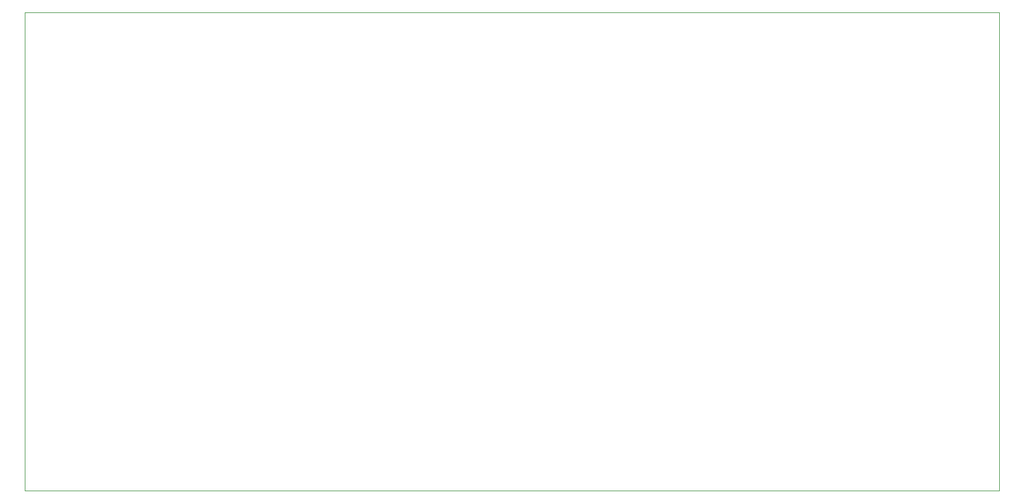
<source format=gbr>
%TF.GenerationSoftware,KiCad,Pcbnew,(6.0.0)*%
%TF.CreationDate,2022-02-22T05:40:17+01:00*%
%TF.ProjectId,Programmer,50726f67-7261-46d6-9d65-722e6b696361,rev?*%
%TF.SameCoordinates,Original*%
%TF.FileFunction,Profile,NP*%
%FSLAX46Y46*%
G04 Gerber Fmt 4.6, Leading zero omitted, Abs format (unit mm)*
G04 Created by KiCad (PCBNEW (6.0.0)) date 2022-02-22 05:40:17*
%MOMM*%
%LPD*%
G01*
G04 APERTURE LIST*
%TA.AperFunction,Profile*%
%ADD10C,0.100000*%
%TD*%
G04 APERTURE END LIST*
D10*
X208280000Y-53340000D02*
X68580000Y-53340000D01*
X68580000Y-53340000D02*
X68580000Y-121920000D01*
X68580000Y-121920000D02*
X208280000Y-121920000D01*
X208280000Y-121920000D02*
X208280000Y-53340000D01*
M02*

</source>
